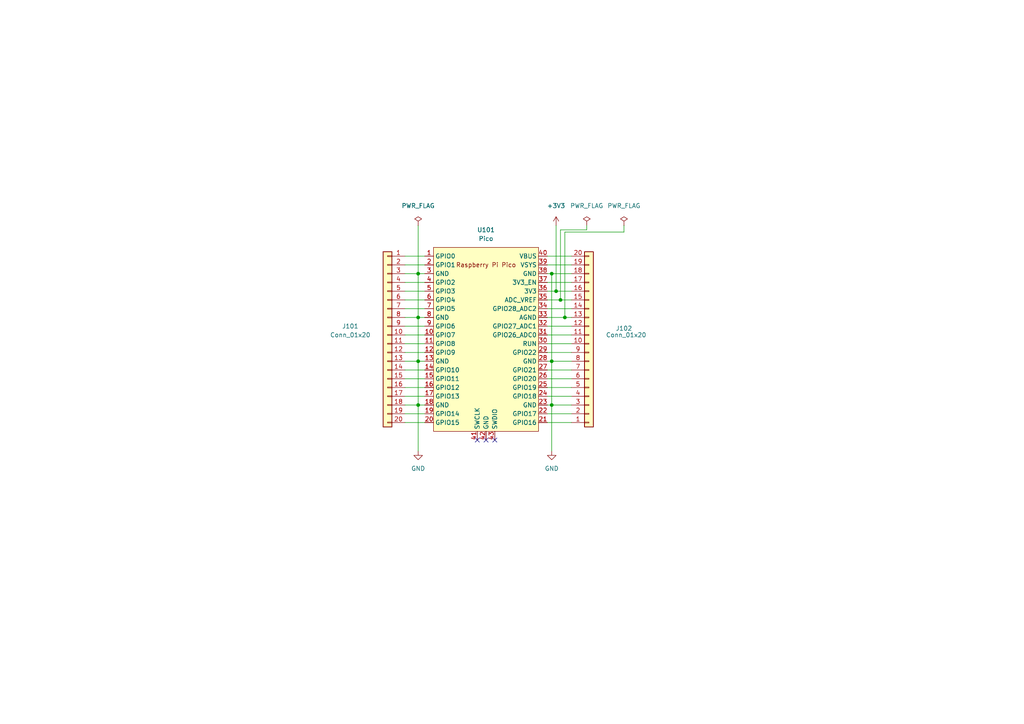
<source format=kicad_sch>
(kicad_sch (version 20211123) (generator eeschema)
  (paper "A4")
  (title_block (title "Raspberry Pico breakout board") (date "2023-01-30") (rev "1.0.0") (company "Resterampe Berlin") (comment 3 "https://creativecommons.org/licenses/by-nc/4.0") (comment 4 "License CC BY-NC 4.0"))
  (lib_symbols
    (symbol "Connector_Generic:Conn_01x20" (pin_names (offset 1.016) hide)
      (property "Reference" "J" (at 0 25.4 0))
      (property "Value" "Conn_01x20" (at 0 -27.94 0))
      (symbol "Conn_01x20_1_1"
        (rectangle (start -1.27 -25.273) (end 0 -25.527) (stroke (width 0.1524)))
        (rectangle (start -1.27 -22.733) (end 0 -22.987) (stroke (width 0.1524)))
        (rectangle (start -1.27 -20.193) (end 0 -20.447) (stroke (width 0.1524)))
        (rectangle (start -1.27 -17.653) (end 0 -17.907) (stroke (width 0.1524)))
        (rectangle (start -1.27 -15.113) (end 0 -15.367) (stroke (width 0.1524)))
        (rectangle (start -1.27 -12.573) (end 0 -12.827) (stroke (width 0.1524)))
        (rectangle (start -1.27 -10.033) (end 0 -10.287) (stroke (width 0.1524)))
        (rectangle (start -1.27 -7.493) (end 0 -7.747) (stroke (width 0.1524)))
        (rectangle (start -1.27 -4.953) (end 0 -5.207) (stroke (width 0.1524)))
        (rectangle (start -1.27 -2.413) (end 0 -2.667) (stroke (width 0.1524)))
        (rectangle (start -1.27 0.127) (end 0 -0.127) (stroke (width 0.1524)))
        (rectangle (start -1.27 2.667) (end 0 2.413) (stroke (width 0.1524)))
        (rectangle (start -1.27 5.207) (end 0 4.953) (stroke (width 0.1524)))
        (rectangle (start -1.27 7.747) (end 0 7.493) (stroke (width 0.1524)))
        (rectangle (start -1.27 10.287) (end 0 10.033) (stroke (width 0.1524)))
        (rectangle (start -1.27 12.827) (end 0 12.573) (stroke (width 0.1524)))
        (rectangle (start -1.27 15.367) (end 0 15.113) (stroke (width 0.1524)))
        (rectangle (start -1.27 17.907) (end 0 17.653) (stroke (width 0.1524)))
        (rectangle (start -1.27 20.447) (end 0 20.193) (stroke (width 0.1524)))
        (rectangle (start -1.27 22.987) (end 0 22.733) (stroke (width 0.1524)))
        (rectangle (start -1.27 24.13) (end 1.27 -26.67) (stroke (width 0.254)) (fill (type background)))
        (pin passive line (at -5.08 22.86 0) (length 3.81) (name "Pin_1") (number "1"))
        (pin passive line (at -5.08 0 0) (length 3.81) (name "Pin_10") (number "10"))
        (pin passive line (at -5.08 -2.54 0) (length 3.81) (name "Pin_11") (number "11"))
        (pin passive line (at -5.08 -5.08 0) (length 3.81) (name "Pin_12") (number "12"))
        (pin passive line (at -5.08 -7.62 0) (length 3.81) (name "Pin_13") (number "13"))
        (pin passive line (at -5.08 -10.16 0) (length 3.81) (name "Pin_14") (number "14"))
        (pin passive line (at -5.08 -12.7 0) (length 3.81) (name "Pin_15") (number "15"))
        (pin passive line (at -5.08 -15.24 0) (length 3.81) (name "Pin_16") (number "16"))
        (pin passive line (at -5.08 -17.78 0) (length 3.81) (name "Pin_17") (number "17"))
        (pin passive line (at -5.08 -20.32 0) (length 3.81) (name "Pin_18") (number "18"))
        (pin passive line (at -5.08 -22.86 0) (length 3.81) (name "Pin_19") (number "19"))
        (pin passive line (at -5.08 20.32 0) (length 3.81) (name "Pin_2") (number "2"))
        (pin passive line (at -5.08 -25.4 0) (length 3.81) (name "Pin_20") (number "20"))
        (pin passive line (at -5.08 17.78 0) (length 3.81) (name "Pin_3") (number "3"))
        (pin passive line (at -5.08 15.24 0) (length 3.81) (name "Pin_4") (number "4"))
        (pin passive line (at -5.08 12.7 0) (length 3.81) (name "Pin_5") (number "5"))
        (pin passive line (at -5.08 10.16 0) (length 3.81) (name "Pin_6") (number "6"))
        (pin passive line (at -5.08 7.62 0) (length 3.81) (name "Pin_7") (number "7"))
        (pin passive line (at -5.08 5.08 0) (length 3.81) (name "Pin_8") (number "8"))
        (pin passive line (at -5.08 2.54 0) (length 3.81) (name "Pin_9") (number "9"))
      )
    )
    (symbol "MCU_RaspberryPi_and_Boards:Pico"
      (property "Reference" "U" (at -13.97 27.94 0))
      (property "Value" "Pico" (at 0 19.05 0))
      (symbol "Pico_0_0"
        (text "Raspberry Pi Pico" (at 0 21.59 0) (effects (font (size 1.27 1.27))))
      )
      (symbol "Pico_0_1"
        (rectangle (start -15.24 26.67) (end 15.24 -26.67) (fill (type background)))
      )
      (symbol "Pico_1_1"
        (pin bidirectional line (at -17.78 24.13 0) (length 2.54) (name "GPIO0") (number "1"))
        (pin bidirectional line (at -17.78 1.27 0) (length 2.54) (name "GPIO7") (number "10"))
        (pin bidirectional line (at -17.78 -1.27 0) (length 2.54) (name "GPIO8") (number "11"))
        (pin bidirectional line (at -17.78 -3.81 0) (length 2.54) (name "GPIO9") (number "12"))
        (pin power_in line (at -17.78 -6.35 0) (length 2.54) (name "GND") (number "13"))
        (pin bidirectional line (at -17.78 -8.89 0) (length 2.54) (name "GPIO10") (number "14"))
        (pin bidirectional line (at -17.78 -11.43 0) (length 2.54) (name "GPIO11") (number "15"))
        (pin bidirectional line (at -17.78 -13.97 0) (length 2.54) (name "GPIO12") (number "16"))
        (pin bidirectional line (at -17.78 -16.51 0) (length 2.54) (name "GPIO13") (number "17"))
        (pin power_in line (at -17.78 -19.05 0) (length 2.54) (name "GND") (number "18"))
        (pin bidirectional line (at -17.78 -21.59 0) (length 2.54) (name "GPIO14") (number "19"))
        (pin bidirectional line (at -17.78 21.59 0) (length 2.54) (name "GPIO1") (number "2"))
        (pin bidirectional line (at -17.78 -24.13 0) (length 2.54) (name "GPIO15") (number "20"))
        (pin bidirectional line (at 17.78 -24.13 180) (length 2.54) (name "GPIO16") (number "21"))
        (pin bidirectional line (at 17.78 -21.59 180) (length 2.54) (name "GPIO17") (number "22"))
        (pin power_in line (at 17.78 -19.05 180) (length 2.54) (name "GND") (number "23"))
        (pin bidirectional line (at 17.78 -16.51 180) (length 2.54) (name "GPIO18") (number "24"))
        (pin bidirectional line (at 17.78 -13.97 180) (length 2.54) (name "GPIO19") (number "25"))
        (pin bidirectional line (at 17.78 -11.43 180) (length 2.54) (name "GPIO20") (number "26"))
        (pin bidirectional line (at 17.78 -8.89 180) (length 2.54) (name "GPIO21") (number "27"))
        (pin power_in line (at 17.78 -6.35 180) (length 2.54) (name "GND") (number "28"))
        (pin bidirectional line (at 17.78 -3.81 180) (length 2.54) (name "GPIO22") (number "29"))
        (pin power_in line (at -17.78 19.05 0) (length 2.54) (name "GND") (number "3"))
        (pin input line (at 17.78 -1.27 180) (length 2.54) (name "RUN") (number "30"))
        (pin bidirectional line (at 17.78 1.27 180) (length 2.54) (name "GPIO26_ADC0") (number "31"))
        (pin bidirectional line (at 17.78 3.81 180) (length 2.54) (name "GPIO27_ADC1") (number "32"))
        (pin power_in line (at 17.78 6.35 180) (length 2.54) (name "AGND") (number "33"))
        (pin bidirectional line (at 17.78 8.89 180) (length 2.54) (name "GPIO28_ADC2") (number "34"))
        (pin power_in line (at 17.78 11.43 180) (length 2.54) (name "ADC_VREF") (number "35"))
        (pin power_out line (at 17.78 13.97 180) (length 2.54) (name "3V3") (number "36"))
        (pin input line (at 17.78 16.51 180) (length 2.54) (name "3V3_EN") (number "37"))
        (pin power_in line (at 17.78 19.05 180) (length 2.54) (name "GND") (number "38"))
        (pin power_out line (at 17.78 21.59 180) (length 2.54) (name "VSYS") (number "39"))
        (pin bidirectional line (at -17.78 16.51 0) (length 2.54) (name "GPIO2") (number "4"))
        (pin power_out line (at 17.78 24.13 180) (length 2.54) (name "VBUS") (number "40"))
        (pin input line (at -2.54 -29.21 90) (length 2.54) (name "SWCLK") (number "41"))
        (pin power_in line (at 0 -29.21 90) (length 2.54) (name "GND") (number "42"))
        (pin bidirectional line (at 2.54 -29.21 90) (length 2.54) (name "SWDIO") (number "43"))
        (pin bidirectional line (at -17.78 13.97 0) (length 2.54) (name "GPIO3") (number "5"))
        (pin bidirectional line (at -17.78 11.43 0) (length 2.54) (name "GPIO4") (number "6"))
        (pin bidirectional line (at -17.78 8.89 0) (length 2.54) (name "GPIO5") (number "7"))
        (pin power_in line (at -17.78 6.35 0) (length 2.54) (name "GND") (number "8"))
        (pin bidirectional line (at -17.78 3.81 0) (length 2.54) (name "GPIO6") (number "9"))
      )
    )
    (symbol "power:+3V3" (power) (pin_names (offset 0))
      (property "Value" "+3V3" (at 0 3.556 0))
      (symbol "+3V3_0_1"
        (polyline (pts (xy -0.762 1.27) (xy 0 2.54)))
        (polyline (pts (xy 0 0) (xy 0 2.54)))
        (polyline (pts (xy 0 2.54) (xy 0.762 1.27)))
      )
      (symbol "+3V3_1_1"
        (pin power_in line (at 0 0 90) (length 0) hide (name "+3V3") (number "1"))
      )
    )
    (symbol "power:GND" (power) (pin_names (offset 0))
      (property "Value" "GND" (at 0 -3.81 0))
      (symbol "GND_0_1"
        (polyline (pts (xy 0 0) (xy 0 -1.27) (xy 1.27 -1.27) (xy 0 -2.54) (xy -1.27 -1.27) (xy 0 -1.27)))
      )
      (symbol "GND_1_1"
        (pin power_in line (at 0 0 270) (length 0) hide (name "GND") (number "1"))
      )
    )
    (symbol "power:PWR_FLAG" (power) (pin_numbers hide) (pin_names (offset 0) hide)
      (property "Value" "PWR_FLAG" (at 0 3.81 0))
      (symbol "PWR_FLAG_0_0"
        (pin power_out line (at 0 0 90) (length 0) (name "pwr") (number "1"))
      )
      (symbol "PWR_FLAG_0_1"
        (polyline (pts (xy 0 0) (xy 0 1.27) (xy -1.016 1.905) (xy 0 2.54) (xy 1.016 1.905) (xy 0 1.27)))
      )
    )
  )
  (junction (at 121.285 104.775))
  (junction (at 121.285 79.375))
  (junction (at 160.02 104.775))
  (junction (at 121.285 117.475))
  (junction (at 160.02 117.475))
  (junction (at 162.56 86.995))
  (junction (at 121.285 92.075))
  (junction (at 161.29 84.455))
  (junction (at 160.02 79.375))
  (junction (at 163.83 92.075))
  (no_connect (at 140.97 127.635))
  (no_connect (at 138.43 127.635))
  (no_connect (at 143.51 127.635))
  (wire (pts (xy 117.475 122.555) (xy 123.19 122.555)))
  (wire (pts (xy 160.02 79.375) (xy 165.735 79.375)))
  (wire (pts (xy 158.75 84.455) (xy 161.29 84.455)))
  (wire (pts (xy 158.75 94.615) (xy 165.735 94.615)))
  (wire (pts (xy 160.02 104.775) (xy 165.735 104.775)))
  (wire (pts (xy 117.475 84.455) (xy 123.19 84.455)))
  (wire (pts (xy 158.75 107.315) (xy 165.735 107.315)))
  (wire (pts (xy 158.75 122.555) (xy 165.735 122.555)))
  (wire (pts (xy 158.75 104.775) (xy 160.02 104.775)))
  (wire (pts (xy 117.475 74.295) (xy 123.19 74.295)))
  (wire (pts (xy 158.75 102.235) (xy 165.735 102.235)))
  (wire (pts (xy 117.475 102.235) (xy 123.19 102.235)))
  (wire (pts (xy 121.285 104.775) (xy 123.19 104.775)))
  (wire (pts (xy 121.285 117.475) (xy 123.19 117.475)))
  (wire (pts (xy 117.475 112.395) (xy 123.19 112.395)))
  (wire (pts (xy 117.475 104.775) (xy 121.285 104.775)))
  (wire (pts (xy 117.475 120.015) (xy 123.19 120.015)))
  (wire (pts (xy 158.75 109.855) (xy 165.735 109.855)))
  (wire (pts (xy 158.75 86.995) (xy 162.56 86.995)))
  (wire (pts (xy 158.75 92.075) (xy 163.83 92.075)))
  (wire (pts (xy 117.475 97.155) (xy 123.19 97.155)))
  (wire (pts (xy 117.475 86.995) (xy 123.19 86.995)))
  (wire (pts (xy 117.475 81.915) (xy 123.19 81.915)))
  (wire (pts (xy 163.83 92.075) (xy 165.735 92.075)))
  (wire (pts (xy 117.475 94.615) (xy 123.19 94.615)))
  (wire (pts (xy 158.75 99.695) (xy 165.735 99.695)))
  (wire (pts (xy 121.285 92.075) (xy 121.285 104.775)))
  (wire (pts (xy 117.475 76.835) (xy 123.19 76.835)))
  (wire (pts (xy 160.02 104.775) (xy 160.02 117.475)))
  (wire (pts (xy 121.285 104.775) (xy 121.285 117.475)))
  (wire (pts (xy 117.475 109.855) (xy 123.19 109.855)))
  (wire (pts (xy 158.75 79.375) (xy 160.02 79.375)))
  (wire (pts (xy 117.475 99.695) (xy 123.19 99.695)))
  (wire (pts (xy 160.02 79.375) (xy 160.02 104.775)))
  (wire (pts (xy 161.29 84.455) (xy 165.735 84.455)))
  (wire (pts (xy 121.285 79.375) (xy 123.19 79.375)))
  (wire (pts (xy 117.475 117.475) (xy 121.285 117.475)))
  (wire (pts (xy 158.75 89.535) (xy 165.735 89.535)))
  (wire (pts (xy 158.75 117.475) (xy 160.02 117.475)))
  (wire (pts (xy 158.75 120.015) (xy 165.735 120.015)))
  (wire (pts (xy 180.975 65.405) (xy 180.975 67.31)))
  (wire (pts (xy 121.285 65.405) (xy 121.285 79.375)))
  (wire (pts (xy 161.29 65.405) (xy 161.29 84.455)))
  (wire (pts (xy 117.475 107.315) (xy 123.19 107.315)))
  (wire (pts (xy 117.475 114.935) (xy 123.19 114.935)))
  (wire (pts (xy 121.285 79.375) (xy 121.285 92.075)))
  (wire (pts (xy 158.75 114.935) (xy 165.735 114.935)))
  (wire (pts (xy 117.475 92.075) (xy 121.285 92.075)))
  (wire (pts (xy 158.75 112.395) (xy 165.735 112.395)))
  (wire (pts (xy 163.83 67.31) (xy 163.83 92.075)))
  (wire (pts (xy 121.285 117.475) (xy 121.285 130.81)))
  (wire (pts (xy 158.75 97.155) (xy 165.735 97.155)))
  (wire (pts (xy 158.75 74.295) (xy 165.735 74.295)))
  (wire (pts (xy 158.75 81.915) (xy 165.735 81.915)))
  (wire (pts (xy 158.75 76.835) (xy 165.735 76.835)))
  (wire (pts (xy 160.02 117.475) (xy 160.02 130.81)))
  (wire (pts (xy 180.975 67.31) (xy 163.83 67.31)))
  (wire (pts (xy 160.02 117.475) (xy 165.735 117.475)))
  (wire (pts (xy 170.18 66.675) (xy 162.56 66.675)))
  (wire (pts (xy 117.475 89.535) (xy 123.19 89.535)))
  (wire (pts (xy 162.56 86.995) (xy 165.735 86.995)))
  (wire (pts (xy 117.475 79.375) (xy 121.285 79.375)))
  (wire (pts (xy 121.285 92.075) (xy 123.19 92.075)))
  (wire (pts (xy 170.18 65.405) (xy 170.18 66.675)))
  (wire (pts (xy 162.56 66.675) (xy 162.56 86.995)))
  (symbol (lib_id "power:PWR_FLAG") (at 180.975 65.405 0) (unit 1)
    (property "Reference" "#FLG0103" (effects hide))
    (property "Value" "PWR_FLAG" (at 180.975 59.69 0))
  )
  (symbol (lib_id "power:GND") (at 121.285 130.81 0) (unit 1)
    (property "Reference" "#PWR0102" (effects hide))
    (property "Value" "GND" (at 121.285 135.89 0))
  )
  (symbol (lib_id "Connector_Generic:Conn_01x20") (at 170.815 99.695 0) (mirror x) (unit 1) (in_bom no)
    (property "Reference" "J102" (at 180.975 95.25 0))
    (property "Value" "Conn_01x20" (at 181.61 97.155 0))
    (property "Footprint" "Connector_PinHeader_2.54mm:PinHeader_1x20_P2.54mm_Vertical" (effects hide))
  )
  (symbol (lib_id "MCU_RaspberryPi_and_Boards:Pico") (at 140.97 98.425 0) (unit 1) (in_bom no)
    (property "Reference" "U101" (at 140.97 66.675 0))
    (property "Value" "Pico" (at 140.97 69.215 0))
    (property "Footprint" "Pico:RPi_Pico_Stacking_TH" (effects hide))
  )
  (symbol (lib_id "power:GND") (at 160.02 130.81 0) (unit 1)
    (property "Reference" "#PWR0103" (effects hide))
    (property "Value" "GND" (at 160.02 135.89 0))
  )
  (symbol (lib_id "power:PWR_FLAG") (at 170.18 65.405 0) (unit 1)
    (property "Reference" "#FLG0101" (effects hide))
    (property "Value" "PWR_FLAG" (at 170.18 59.69 0))
  )
  (symbol (lib_id "power:+3V3") (at 161.29 65.405 0) (unit 1)
    (property "Reference" "#PWR0101" (effects hide))
    (property "Value" "+3V3" (at 161.29 59.69 0))
  )
  (symbol (lib_id "power:PWR_FLAG") (at 121.285 65.405 0) (unit 1)
    (property "Reference" "#FLG0102" (effects hide))
    (property "Value" "PWR_FLAG" (at 121.285 59.69 0))
  )
  (symbol (lib_id "Connector_Generic:Conn_01x20") (at 112.395 97.155 0) (mirror y) (unit 1) (in_bom no)
    (property "Reference" "J101" (at 101.6 94.615 0))
    (property "Value" "Conn_01x20" (at 101.6 97.155 0))
    (property "Footprint" "Connector_PinHeader_2.54mm:PinHeader_1x20_P2.54mm_Vertical" (effects hide))
  )
)
</source>
